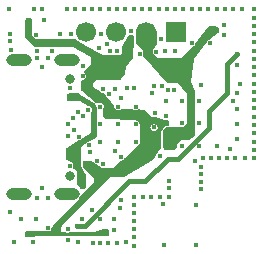
<source format=gbr>
%TF.GenerationSoftware,KiCad,Pcbnew,9.0.6-rc1*%
%TF.CreationDate,2025-11-21T10:50:25+01:00*%
%TF.ProjectId,hardware_V8,68617264-7761-4726-955f-56382e6b6963,rev?*%
%TF.SameCoordinates,Original*%
%TF.FileFunction,Copper,L4,Inr*%
%TF.FilePolarity,Positive*%
%FSLAX46Y46*%
G04 Gerber Fmt 4.6, Leading zero omitted, Abs format (unit mm)*
G04 Created by KiCad (PCBNEW 9.0.6-rc1) date 2025-11-21 10:50:25*
%MOMM*%
%LPD*%
G01*
G04 APERTURE LIST*
%TA.AperFunction,ComponentPad*%
%ADD10C,0.800000*%
%TD*%
%TA.AperFunction,ComponentPad*%
%ADD11O,2.150000X1.000000*%
%TD*%
%TA.AperFunction,ComponentPad*%
%ADD12R,1.700000X1.700000*%
%TD*%
%TA.AperFunction,ComponentPad*%
%ADD13C,1.700000*%
%TD*%
%TA.AperFunction,ViaPad*%
%ADD14C,0.400000*%
%TD*%
%TA.AperFunction,Conductor*%
%ADD15C,0.400000*%
%TD*%
%TA.AperFunction,Conductor*%
%ADD16C,0.200000*%
%TD*%
G04 APERTURE END LIST*
D10*
%TO.N,GND*%
%TO.C,J1*%
X117250000Y-101770000D03*
X117250000Y-93570000D03*
D11*
X116950000Y-103320000D03*
X116950000Y-92020000D03*
X112950000Y-103320000D03*
X112950000Y-92020000D03*
%TD*%
D12*
%TO.N,GND*%
%TO.C,J3*%
X126230000Y-89630000D03*
D13*
%TO.N,3.3V_AUX*%
X123690000Y-89630000D03*
%TO.N,/OLED_SCL*%
X121150000Y-89630000D03*
%TO.N,/OLED_SDA*%
X118610000Y-89630000D03*
%TD*%
D14*
%TO.N,GND*%
X132050000Y-100290000D03*
X131240000Y-100300000D03*
X130550000Y-100300000D03*
X129870000Y-100300000D03*
X129180000Y-100300000D03*
X128530000Y-100300000D03*
%TO.N,/SPI_CS*%
X127857500Y-100550000D03*
%TO.N,3.3V_AUX*%
X129580000Y-89450000D03*
%TO.N,/OLED_SCL*%
X130270000Y-89880000D03*
%TO.N,/OLED_SDA*%
X130260000Y-89050000D03*
%TO.N,GND*%
X132830000Y-100290000D03*
X132830000Y-99590000D03*
X132830000Y-98890000D03*
X132830000Y-98190000D03*
X132830000Y-97490000D03*
X132830000Y-96790000D03*
X132830000Y-96090000D03*
X132830000Y-95390000D03*
X132830000Y-94690000D03*
X132830000Y-93990000D03*
X132830000Y-93290000D03*
X132830000Y-92590000D03*
X132830000Y-91890000D03*
X132830000Y-91190000D03*
X132830000Y-90490000D03*
X132830000Y-89790000D03*
X132830000Y-89090000D03*
X132830000Y-88390000D03*
X132830000Y-87690000D03*
X125160000Y-107610000D03*
X127880000Y-104230000D03*
X127940000Y-107610000D03*
X125100000Y-104220000D03*
X128340000Y-102920000D03*
X128330000Y-102310000D03*
X128340000Y-101660000D03*
X128350000Y-101040000D03*
%TO.N,+3.3V*%
X124400000Y-97180000D03*
X113770000Y-106720000D03*
X124550000Y-91300000D03*
X118600000Y-100750000D03*
X122450000Y-90100000D03*
X118750000Y-94500000D03*
X123950000Y-99800000D03*
X120300000Y-106600000D03*
X113800000Y-88720000D03*
%TO.N,vusb*%
X118300000Y-102100000D03*
X118300000Y-102670000D03*
X117200000Y-100100000D03*
X117200000Y-95240000D03*
%TO.N,/B2*%
X119750000Y-105450000D03*
X120060000Y-100830000D03*
%TO.N,/B1*%
X119560000Y-100500000D03*
X114350000Y-105450000D03*
%TO.N,/AUX_EN*%
X122630000Y-94390000D03*
X126127500Y-91240000D03*
%TO.N,3.3V_AUX*%
X125350000Y-97980000D03*
X125350000Y-99250000D03*
%TO.N,Net-(J1-CC1)*%
X114890000Y-102862500D03*
%TO.N,Net-(J1-CC2)*%
X114900000Y-92547500D03*
%TO.N,Net-(U1-PB5)*%
X121050000Y-99650000D03*
X115670000Y-91200000D03*
%TO.N,/B_PW*%
X124450000Y-96500000D03*
X114390000Y-89880000D03*
%TO.N,Net-(U1-PB6)*%
X121550000Y-100200000D03*
X114420000Y-91220000D03*
%TO.N,BAT+*%
X117800000Y-106000000D03*
X131400000Y-91450000D03*
X130500000Y-93550000D03*
%TO.N,Net-(IC4-V_BCKP)*%
X123150000Y-91500000D03*
%TO.N,3.3V_GPS*%
X124350000Y-94150000D03*
X125000000Y-94150000D03*
%TO.N,/NRST*%
X131350000Y-98650000D03*
X124350000Y-97700000D03*
%TO.N,/D+*%
X117450000Y-96920000D03*
X117550000Y-97920000D03*
%TO.N,/D-*%
X117070000Y-97410000D03*
X117070000Y-98430000D03*
%TO.N,Net-(IC4-RXD)*%
X121250000Y-91250000D03*
%TO.N,Net-(IC4-TXD)*%
X120600000Y-91250000D03*
%TO.N,/OLED_SCL*%
X118300000Y-93350000D03*
X118350000Y-96750000D03*
%TO.N,/OLED_SDA*%
X117900000Y-96350000D03*
X118300000Y-92500000D03*
%TO.N,/SPI_CS*%
X120050000Y-94460000D03*
X130770000Y-99490000D03*
%TO.N,/SWCLK*%
X131350000Y-97400000D03*
X118865000Y-99180000D03*
%TO.N,/SWDIO*%
X117970000Y-98500000D03*
X131350000Y-96100000D03*
%TO.N,/SPI_MISO*%
X121550000Y-95190000D03*
X131640000Y-94000000D03*
%TO.N,/SPI_CLK*%
X122060000Y-94390000D03*
X125350000Y-96710000D03*
%TO.N,/SPI_MOSI*%
X121050000Y-94450000D03*
X125350000Y-95440000D03*
%TO.N,GND*%
X128200000Y-97345000D03*
X124150000Y-94750000D03*
X125500000Y-94550000D03*
X112190000Y-89760000D03*
X117200000Y-100950000D03*
X117050000Y-107200000D03*
X129665000Y-87630000D03*
X121910000Y-87630000D03*
X126700000Y-99245000D03*
X119802500Y-95930000D03*
X131050000Y-95440000D03*
X121302500Y-95930000D03*
X126050000Y-94550000D03*
X121180000Y-107450000D03*
X131780000Y-87630000D03*
X119802500Y-97430000D03*
X130370000Y-87630000D03*
X122650000Y-104250000D03*
X117900000Y-107400000D03*
X119850000Y-89790000D03*
X117050000Y-106300000D03*
X124025000Y-87630000D03*
X122802500Y-97430000D03*
X124730000Y-87630000D03*
X115410000Y-91790000D03*
X120400000Y-90650000D03*
X119700000Y-90950000D03*
X124870000Y-100100000D03*
X125435000Y-87630000D03*
X113125000Y-105450000D03*
X119080000Y-104700000D03*
X131400000Y-92410000D03*
X112040000Y-87630000D03*
X122440000Y-89500000D03*
X119795000Y-87630000D03*
X127550000Y-87630000D03*
X119780000Y-107460000D03*
X118230000Y-105430000D03*
X122650000Y-103560000D03*
X115350000Y-106200000D03*
X114860000Y-87630000D03*
X120500000Y-87630000D03*
X124870000Y-103560000D03*
X118930000Y-99810000D03*
X123320000Y-87630000D03*
X126140000Y-87630000D03*
X126700000Y-97345000D03*
X114092500Y-107400000D03*
X122650000Y-107010000D03*
X121970000Y-107430000D03*
X115400000Y-103650000D03*
X128200000Y-99245000D03*
X126700000Y-95445000D03*
X121515000Y-103800000D03*
X114440000Y-91790000D03*
X112500000Y-107400000D03*
X119090000Y-87630000D03*
X112200000Y-91120000D03*
X120975000Y-105450000D03*
X128290000Y-94120000D03*
X114155000Y-87630000D03*
X124950000Y-90190000D03*
X125630000Y-102270000D03*
X124130000Y-103560000D03*
X120460000Y-107450000D03*
X122802500Y-95930000D03*
X112190000Y-90420000D03*
X129700000Y-99245000D03*
X116380000Y-89810000D03*
X128960000Y-87630000D03*
X126845000Y-87630000D03*
X117680000Y-87630000D03*
X129100000Y-90550000D03*
X122615000Y-87630000D03*
X115030000Y-88630000D03*
X131075000Y-87630000D03*
X127550000Y-90550000D03*
X121302500Y-97430000D03*
X125600000Y-102850000D03*
X116975000Y-87630000D03*
X122650000Y-107700000D03*
X114400000Y-103650000D03*
X117350000Y-89800000D03*
X125312500Y-91240000D03*
X121205000Y-87630000D03*
X118385000Y-87630000D03*
X122802500Y-98930000D03*
X128200000Y-95445000D03*
X122650000Y-106320000D03*
X125610000Y-103560000D03*
X119802500Y-98930000D03*
X122650000Y-104940000D03*
X122650000Y-105630000D03*
X131350000Y-94800000D03*
X121302500Y-98930000D03*
X117200000Y-94390000D03*
X128255000Y-87630000D03*
X120970000Y-106340000D03*
X123390000Y-103560000D03*
X121507500Y-104500000D03*
%TO.N,Net-(IC5-~{CHRG})*%
X112150000Y-104850000D03*
X119150000Y-107500000D03*
%TO.N,/GPS_EXTINT*%
X118800000Y-96180000D03*
%TO.N,/ADC_BAT*%
X120540000Y-94890000D03*
%TD*%
D15*
%TO.N,BAT+*%
X118492893Y-106000000D02*
X117800000Y-106000000D01*
X122242893Y-102250000D02*
X118492893Y-106000000D01*
X123600000Y-102250000D02*
X122242893Y-102250000D01*
X126370000Y-100350000D02*
X125500000Y-100350000D01*
X129000000Y-97720000D02*
X126370000Y-100350000D01*
X125500000Y-100350000D02*
X123600000Y-102250000D01*
X130500000Y-94800000D02*
X129000000Y-96300000D01*
X129000000Y-96300000D02*
X129000000Y-97720000D01*
X130500000Y-93550000D02*
X130500000Y-94800000D01*
X130500000Y-92350000D02*
X130500000Y-93550000D01*
X131400000Y-91450000D02*
X130500000Y-92350000D01*
D16*
%TO.N,vusb*%
X117300000Y-100100000D02*
X117200000Y-100100000D01*
%TD*%
%TA.AperFunction,Conductor*%
%TO.N,vusb*%
G36*
X118030462Y-94829685D02*
G01*
X118030720Y-94829850D01*
X119283066Y-95639058D01*
X119312596Y-95665745D01*
X119472661Y-95865827D01*
X119499169Y-95930473D01*
X119499832Y-95943762D01*
X119490256Y-98452792D01*
X119470316Y-98519756D01*
X119433549Y-98556471D01*
X118964298Y-98859652D01*
X118897307Y-98879500D01*
X118825438Y-98879500D01*
X118787224Y-98889739D01*
X118749009Y-98899979D01*
X118749004Y-98899982D01*
X118680495Y-98939535D01*
X118680487Y-98939541D01*
X118624541Y-98995487D01*
X118624537Y-98995492D01*
X118584980Y-99064007D01*
X118584977Y-99064013D01*
X118584144Y-99067125D01*
X118582724Y-99069453D01*
X118581869Y-99071519D01*
X118581546Y-99071385D01*
X118547775Y-99126783D01*
X118531664Y-99139175D01*
X118174405Y-99369999D01*
X118184405Y-100950000D01*
X118536048Y-101604051D01*
X118550788Y-101659450D01*
X118578946Y-102710650D01*
X118573707Y-102730436D01*
X118573363Y-102750900D01*
X118561963Y-102774791D01*
X118561063Y-102778192D01*
X118558164Y-102782754D01*
X118516790Y-102844814D01*
X118463224Y-102889674D01*
X118413674Y-102900030D01*
X118218007Y-102900122D01*
X118150959Y-102880469D01*
X118113419Y-102842825D01*
X117974072Y-102624443D01*
X117869468Y-102460509D01*
X117850000Y-102393808D01*
X117850000Y-101399999D01*
X117551926Y-101187089D01*
X117548236Y-101182383D01*
X117542797Y-101179899D01*
X117526926Y-101155203D01*
X117508816Y-101132105D01*
X117507424Y-101124858D01*
X117505023Y-101121121D01*
X117500000Y-101086186D01*
X117500000Y-101001489D01*
X117500500Y-100993863D01*
X117500500Y-100906140D01*
X117500000Y-100898513D01*
X117500000Y-100749999D01*
X116961520Y-100435885D01*
X116913531Y-100385103D01*
X116900000Y-100328777D01*
X116900000Y-99521341D01*
X116919685Y-99454302D01*
X116961673Y-99414143D01*
X118023617Y-98796733D01*
X118085989Y-98780021D01*
X118154511Y-98740460D01*
X118201875Y-98693095D01*
X119050000Y-98200000D01*
X119050000Y-96381212D01*
X119066614Y-96319210D01*
X119080021Y-96295989D01*
X119100500Y-96219562D01*
X119100500Y-96140438D01*
X119080021Y-96064011D01*
X119071643Y-96049500D01*
X119040464Y-95995495D01*
X119040458Y-95995487D01*
X118984512Y-95939541D01*
X118984504Y-95939535D01*
X118915995Y-95899982D01*
X118915990Y-95899979D01*
X118890513Y-95893152D01*
X118839562Y-95879500D01*
X118838272Y-95879500D01*
X118836646Y-95879116D01*
X118831503Y-95878439D01*
X118831571Y-95877918D01*
X118782818Y-95866409D01*
X118050000Y-95500000D01*
X117101362Y-95500000D01*
X117071921Y-95491355D01*
X117041935Y-95484832D01*
X117036919Y-95481077D01*
X117034323Y-95480315D01*
X117013681Y-95463681D01*
X116986319Y-95436319D01*
X116952834Y-95374996D01*
X116950000Y-95348638D01*
X116950000Y-95120778D01*
X116956774Y-95080355D01*
X117021180Y-94893577D01*
X117061643Y-94836617D01*
X117126478Y-94810575D01*
X117138406Y-94810000D01*
X117963423Y-94810000D01*
X118030462Y-94829685D01*
G37*
%TD.AperFunction*%
%TD*%
%TA.AperFunction,Conductor*%
%TO.N,3.3V_AUX*%
G36*
X129681168Y-89169685D02*
G01*
X129694827Y-89179852D01*
X129821720Y-89288617D01*
X129824881Y-89293478D01*
X129829931Y-89296329D01*
X129843713Y-89322437D01*
X129859810Y-89347191D01*
X129860545Y-89354324D01*
X129862548Y-89358118D01*
X129864569Y-89393355D01*
X129844686Y-89625327D01*
X129819348Y-89690440D01*
X129796384Y-89713298D01*
X129127315Y-90224092D01*
X129068262Y-90248469D01*
X129060445Y-90249498D01*
X128984009Y-90269979D01*
X128984004Y-90269982D01*
X128915495Y-90309535D01*
X128915487Y-90309541D01*
X128859541Y-90365487D01*
X128859535Y-90365495D01*
X128819982Y-90434004D01*
X128819977Y-90434015D01*
X128798285Y-90514968D01*
X128775786Y-90559773D01*
X127740000Y-91869999D01*
X127739999Y-91870001D01*
X127499999Y-93820000D01*
X127499999Y-93820001D01*
X127839132Y-94575779D01*
X127850000Y-94626544D01*
X127850000Y-98291239D01*
X127830315Y-98358278D01*
X127804524Y-98387207D01*
X127334256Y-98771972D01*
X127269908Y-98799188D01*
X127255737Y-98800000D01*
X126599999Y-98800000D01*
X126300000Y-99099999D01*
X126300000Y-99298638D01*
X126280315Y-99365677D01*
X126263681Y-99386319D01*
X126086319Y-99563681D01*
X126024996Y-99597166D01*
X125998638Y-99600000D01*
X125316363Y-99600000D01*
X125308683Y-99597744D01*
X125300781Y-99599017D01*
X125275641Y-99588042D01*
X125249324Y-99580315D01*
X125242446Y-99573551D01*
X125236747Y-99571064D01*
X125213189Y-99544783D01*
X125090826Y-99361239D01*
X125070018Y-99294540D01*
X125070000Y-99292456D01*
X125070000Y-98068947D01*
X125089685Y-98001908D01*
X125092254Y-97998069D01*
X125262992Y-97753097D01*
X125317474Y-97709354D01*
X125364721Y-97700000D01*
X126849998Y-97700000D01*
X126850000Y-97700000D01*
X127100000Y-97300000D01*
X127100000Y-94900000D01*
X127100000Y-94899999D01*
X126400000Y-93950000D01*
X125554772Y-93950000D01*
X125487733Y-93930315D01*
X125463112Y-93909513D01*
X123482340Y-91735495D01*
X123470115Y-91710401D01*
X123455023Y-91686917D01*
X123453493Y-91676282D01*
X123451740Y-91672682D01*
X123450000Y-91651982D01*
X123450000Y-91551489D01*
X123450500Y-91543863D01*
X123450500Y-91456140D01*
X123450000Y-91448513D01*
X123450000Y-91149999D01*
X122843903Y-90637148D01*
X122805441Y-90578817D01*
X122800000Y-90542488D01*
X122800000Y-89574000D01*
X122819685Y-89506961D01*
X122872489Y-89461206D01*
X122924000Y-89450000D01*
X124476000Y-89450000D01*
X124543039Y-89469685D01*
X124588794Y-89522489D01*
X124600000Y-89574000D01*
X124600000Y-90563890D01*
X124580614Y-90630463D01*
X124250000Y-91149999D01*
X124250000Y-91150000D01*
X124250000Y-91258572D01*
X124249500Y-91260438D01*
X124249500Y-91339562D01*
X124250000Y-91341427D01*
X124250000Y-91450000D01*
X124650000Y-91850000D01*
X125400000Y-91850000D01*
X126610000Y-91850000D01*
X127653706Y-90841376D01*
X127677865Y-90823164D01*
X127734511Y-90790460D01*
X127790460Y-90734511D01*
X127830021Y-90665989D01*
X127830024Y-90665977D01*
X127831240Y-90663044D01*
X127845599Y-90637451D01*
X128892855Y-89200950D01*
X128948254Y-89158376D01*
X128993054Y-89150000D01*
X129614129Y-89150000D01*
X129681168Y-89169685D01*
G37*
%TD.AperFunction*%
%TD*%
%TA.AperFunction,Conductor*%
%TO.N,+3.3V*%
G36*
X113943039Y-88469685D02*
G01*
X113988794Y-88522489D01*
X114000000Y-88574000D01*
X114000000Y-89900000D01*
X114129089Y-90029089D01*
X114149540Y-90064511D01*
X114205489Y-90120460D01*
X114240910Y-90140910D01*
X114300000Y-90200000D01*
X117567070Y-90200000D01*
X117628591Y-90216338D01*
X118597154Y-90769802D01*
X120050000Y-91600000D01*
X121350000Y-91600000D01*
X121350001Y-91600000D01*
X121649998Y-91450001D01*
X121650000Y-91450000D01*
X121650000Y-90931850D01*
X121665349Y-90872092D01*
X121668036Y-90867208D01*
X122164667Y-89964242D01*
X122214223Y-89914987D01*
X122273318Y-89900000D01*
X122569302Y-89900000D01*
X122636341Y-89919685D01*
X122682096Y-89972489D01*
X122693130Y-90030515D01*
X122684211Y-90200000D01*
X122602237Y-91757482D01*
X122579056Y-91823395D01*
X122572113Y-91832176D01*
X121949999Y-92549999D01*
X121949999Y-92550000D01*
X121928899Y-93073717D01*
X121906634Y-93139763D01*
X121587018Y-93597038D01*
X121532478Y-93640709D01*
X121485384Y-93650000D01*
X119450000Y-93650000D01*
X119150000Y-93900000D01*
X119150000Y-94250000D01*
X119850000Y-94700000D01*
X119850002Y-94700000D01*
X119862056Y-94703870D01*
X119866544Y-94704661D01*
X119879898Y-94708779D01*
X119934011Y-94740021D01*
X120010438Y-94760500D01*
X120047617Y-94760500D01*
X120065472Y-94766006D01*
X120079655Y-94775394D01*
X120095970Y-94780185D01*
X120119983Y-94802089D01*
X120123734Y-94804572D01*
X120124424Y-94806140D01*
X120126662Y-94808182D01*
X120233423Y-94944910D01*
X120255460Y-94989126D01*
X120259978Y-95005987D01*
X120259980Y-95005992D01*
X120299537Y-95074507D01*
X120299538Y-95074508D01*
X120299540Y-95074511D01*
X120355489Y-95130460D01*
X120376146Y-95142386D01*
X120411875Y-95173454D01*
X120971713Y-95890439D01*
X120975735Y-95895590D01*
X121001479Y-95960544D01*
X121001835Y-95968308D01*
X121001999Y-95969559D01*
X121022479Y-96045990D01*
X121022482Y-96045995D01*
X121062035Y-96114504D01*
X121062039Y-96114509D01*
X121062040Y-96114511D01*
X121117989Y-96170460D01*
X121117991Y-96170461D01*
X121117995Y-96170464D01*
X121186504Y-96210017D01*
X121186507Y-96210019D01*
X121186511Y-96210021D01*
X121262938Y-96230500D01*
X121262940Y-96230500D01*
X121342060Y-96230500D01*
X121342062Y-96230500D01*
X121418489Y-96210021D01*
X121456535Y-96188055D01*
X121519074Y-96171443D01*
X122595187Y-96176163D01*
X122656638Y-96192774D01*
X122668754Y-96199769D01*
X122686507Y-96210019D01*
X122686509Y-96210020D01*
X122686510Y-96210020D01*
X122686511Y-96210021D01*
X122762938Y-96230500D01*
X122762940Y-96230500D01*
X122842060Y-96230500D01*
X122842062Y-96230500D01*
X122918489Y-96210021D01*
X122945227Y-96194583D01*
X123007767Y-96177972D01*
X123422271Y-96179790D01*
X123489221Y-96199769D01*
X123505272Y-96212159D01*
X124150000Y-96800000D01*
X124398514Y-96800000D01*
X124399300Y-96800002D01*
X124408804Y-96800062D01*
X124410438Y-96800500D01*
X124477842Y-96800500D01*
X124478157Y-96800502D01*
X124479540Y-96800917D01*
X124523422Y-96809368D01*
X125250000Y-97100000D01*
X125498638Y-97100000D01*
X125528078Y-97108644D01*
X125558065Y-97115168D01*
X125563080Y-97118922D01*
X125565677Y-97119685D01*
X125586319Y-97136319D01*
X125613681Y-97163681D01*
X125647166Y-97225004D01*
X125650000Y-97251362D01*
X125650000Y-97448638D01*
X125630315Y-97515677D01*
X125613681Y-97536319D01*
X125591819Y-97558181D01*
X125530496Y-97591666D01*
X125504138Y-97594500D01*
X125364710Y-97594500D01*
X125344520Y-97596479D01*
X125344511Y-97596481D01*
X125344232Y-97596509D01*
X125326599Y-97600000D01*
X125300000Y-97600000D01*
X125291652Y-97608347D01*
X125264065Y-97621198D01*
X125264055Y-97621202D01*
X125251427Y-97627085D01*
X125251424Y-97627088D01*
X125196938Y-97670834D01*
X125196936Y-97670836D01*
X125176442Y-97692769D01*
X125176438Y-97692774D01*
X125111908Y-97785360D01*
X125097861Y-97802138D01*
X124900000Y-98000000D01*
X124900000Y-99461638D01*
X124880315Y-99528677D01*
X124878338Y-99531659D01*
X124265569Y-100427244D01*
X124226254Y-100464013D01*
X121838570Y-101873139D01*
X121776825Y-101890342D01*
X120840001Y-101899999D01*
X120650000Y-101920000D01*
X116550000Y-105999176D01*
X116450000Y-106300000D01*
X116450000Y-106450001D01*
X116531035Y-106550000D01*
X116848787Y-106550000D01*
X116867453Y-106555481D01*
X116886900Y-106556003D01*
X116910786Y-106566612D01*
X116934011Y-106580021D01*
X117010438Y-106600500D01*
X117010440Y-106600500D01*
X117089560Y-106600500D01*
X117089562Y-106600500D01*
X117165989Y-106580021D01*
X117189212Y-106566612D01*
X117218864Y-106559419D01*
X117247887Y-106550045D01*
X117251213Y-106550000D01*
X119349999Y-106550000D01*
X119350000Y-106550000D01*
X120029113Y-106307459D01*
X120072180Y-106300244D01*
X120385611Y-106303699D01*
X120391772Y-106305582D01*
X120398120Y-106304470D01*
X120424778Y-106315670D01*
X120452429Y-106324121D01*
X120458077Y-106329660D01*
X120462536Y-106331533D01*
X120486455Y-106357485D01*
X120528211Y-106418277D01*
X120549942Y-106484682D01*
X120550000Y-106488483D01*
X120550000Y-106748638D01*
X120530315Y-106815677D01*
X120513681Y-106836319D01*
X120486319Y-106863681D01*
X120424996Y-106897166D01*
X120398638Y-106900000D01*
X117101486Y-106900000D01*
X117093857Y-106899500D01*
X117089562Y-106899500D01*
X117010438Y-106899500D01*
X117006143Y-106899500D01*
X116998514Y-106900000D01*
X114929987Y-106900000D01*
X113571863Y-106994974D01*
X113559810Y-106992332D01*
X113547630Y-106994293D01*
X113526322Y-106984991D01*
X113503614Y-106980014D01*
X113493340Y-106970593D01*
X113483596Y-106966340D01*
X113460040Y-106940060D01*
X113420824Y-106881237D01*
X113400017Y-106814539D01*
X113400000Y-106812456D01*
X113400000Y-106651362D01*
X113419685Y-106584323D01*
X113436319Y-106563681D01*
X113463681Y-106536319D01*
X113525004Y-106502834D01*
X113551362Y-106500000D01*
X115049991Y-106500000D01*
X115050000Y-106500000D01*
X115209565Y-106482270D01*
X115255346Y-106485737D01*
X115310438Y-106500500D01*
X115310439Y-106500500D01*
X115389560Y-106500500D01*
X115389562Y-106500500D01*
X115465989Y-106480021D01*
X115534511Y-106440460D01*
X115590460Y-106384511D01*
X115630021Y-106315989D01*
X115639508Y-106280581D01*
X115642945Y-106273549D01*
X115643309Y-106268787D01*
X115660365Y-106237903D01*
X115806144Y-106045099D01*
X115814358Y-106035326D01*
X117964335Y-103730004D01*
X117967280Y-103726955D01*
X118005520Y-103688716D01*
X118005522Y-103688712D01*
X118010469Y-103682266D01*
X118010846Y-103682555D01*
X118019505Y-103670848D01*
X119270000Y-102330000D01*
X119270000Y-102090000D01*
X118379241Y-101034644D01*
X118351043Y-100970717D01*
X118350000Y-100954664D01*
X118350000Y-100624000D01*
X118369685Y-100556961D01*
X118422489Y-100511206D01*
X118474000Y-100500000D01*
X119033637Y-100500000D01*
X119100676Y-100519685D01*
X119136811Y-100555217D01*
X119200000Y-100650000D01*
X119950000Y-101150000D01*
X120900000Y-101150000D01*
X121575823Y-100519231D01*
X121628331Y-100490111D01*
X121665989Y-100480021D01*
X121734511Y-100440460D01*
X121790460Y-100384511D01*
X121830021Y-100315989D01*
X121832976Y-100304957D01*
X121868140Y-100246401D01*
X123150000Y-99050000D01*
X123150000Y-97660438D01*
X124049500Y-97660438D01*
X124049500Y-97739562D01*
X124061772Y-97785360D01*
X124069979Y-97815990D01*
X124069982Y-97815995D01*
X124109535Y-97884504D01*
X124109539Y-97884509D01*
X124109540Y-97884511D01*
X124165489Y-97940460D01*
X124165491Y-97940461D01*
X124165495Y-97940464D01*
X124220437Y-97972184D01*
X124234011Y-97980021D01*
X124310438Y-98000500D01*
X124310440Y-98000500D01*
X124389560Y-98000500D01*
X124389562Y-98000500D01*
X124465989Y-97980021D01*
X124534511Y-97940460D01*
X124590460Y-97884511D01*
X124630021Y-97815989D01*
X124650500Y-97739562D01*
X124650500Y-97660438D01*
X124630021Y-97584011D01*
X124607043Y-97544211D01*
X124590464Y-97515495D01*
X124590458Y-97515487D01*
X124534512Y-97459541D01*
X124534504Y-97459535D01*
X124465995Y-97419982D01*
X124465990Y-97419979D01*
X124440513Y-97413152D01*
X124389562Y-97399500D01*
X124310438Y-97399500D01*
X124272224Y-97409739D01*
X124234009Y-97419979D01*
X124234004Y-97419982D01*
X124165495Y-97459535D01*
X124165487Y-97459541D01*
X124109541Y-97515487D01*
X124109535Y-97515495D01*
X124069982Y-97584004D01*
X124069979Y-97584009D01*
X124060013Y-97621202D01*
X124049500Y-97660438D01*
X123150000Y-97660438D01*
X123150000Y-97410000D01*
X123149999Y-97409999D01*
X123124296Y-97387707D01*
X123086548Y-97328912D01*
X123085766Y-97326123D01*
X123082521Y-97314012D01*
X123082517Y-97314004D01*
X123042964Y-97245495D01*
X123042958Y-97245487D01*
X122987012Y-97189541D01*
X122987004Y-97189535D01*
X122918495Y-97149982D01*
X122918491Y-97149980D01*
X122918489Y-97149979D01*
X122918487Y-97149978D01*
X122918484Y-97149977D01*
X122847234Y-97130885D01*
X122798084Y-97104787D01*
X122709931Y-97028333D01*
X120296732Y-97020224D01*
X120288781Y-97017860D01*
X120280583Y-97019113D01*
X120255789Y-97008053D01*
X120229759Y-97000315D01*
X120222697Y-96993291D01*
X120216774Y-96990649D01*
X120193428Y-96964180D01*
X120060279Y-96760952D01*
X120040005Y-96694089D01*
X120040000Y-96692997D01*
X120040000Y-96152863D01*
X120056613Y-96090863D01*
X120068670Y-96069979D01*
X120082521Y-96045989D01*
X120103000Y-95969562D01*
X120103000Y-95890438D01*
X120082521Y-95814011D01*
X120082517Y-95814004D01*
X120042964Y-95745495D01*
X120042958Y-95745487D01*
X119987012Y-95689541D01*
X119987004Y-95689535D01*
X119918495Y-95649982D01*
X119918490Y-95649979D01*
X119882177Y-95640249D01*
X119842062Y-95629500D01*
X119762938Y-95629500D01*
X119724724Y-95639739D01*
X119686509Y-95649979D01*
X119686508Y-95649980D01*
X119680608Y-95653387D01*
X119665119Y-95657537D01*
X119653543Y-95664977D01*
X119618608Y-95670000D01*
X119555782Y-95670000D01*
X119488743Y-95650315D01*
X119475202Y-95640249D01*
X118243420Y-94587122D01*
X118205257Y-94528596D01*
X118200000Y-94492873D01*
X118200000Y-93774500D01*
X118219685Y-93707461D01*
X118272489Y-93661706D01*
X118324000Y-93650500D01*
X118339560Y-93650500D01*
X118339562Y-93650500D01*
X118415989Y-93630021D01*
X118484511Y-93590460D01*
X118540460Y-93534511D01*
X118580021Y-93465989D01*
X118600500Y-93389562D01*
X118600500Y-93310438D01*
X118580021Y-93234011D01*
X118542776Y-93169500D01*
X118540464Y-93165495D01*
X118540458Y-93165487D01*
X118484512Y-93109541D01*
X118484507Y-93109537D01*
X118446859Y-93087801D01*
X118398643Y-93037234D01*
X118385421Y-92968627D01*
X118411389Y-92903762D01*
X118424036Y-92889966D01*
X119000000Y-92350000D01*
X119000000Y-91750000D01*
X117450000Y-90850000D01*
X117449999Y-90850000D01*
X116950000Y-90850000D01*
X116506822Y-90899242D01*
X116493128Y-90900000D01*
X115711428Y-90900000D01*
X115709562Y-90899500D01*
X115630438Y-90899500D01*
X115628572Y-90900000D01*
X114348404Y-90900000D01*
X114281365Y-90880315D01*
X114264397Y-90867208D01*
X113489993Y-90153945D01*
X113454018Y-90094048D01*
X113450000Y-90062737D01*
X113450000Y-88574000D01*
X113469685Y-88506961D01*
X113522489Y-88461206D01*
X113574000Y-88450000D01*
X113876000Y-88450000D01*
X113943039Y-88469685D01*
G37*
%TD.AperFunction*%
%TD*%
M02*

</source>
